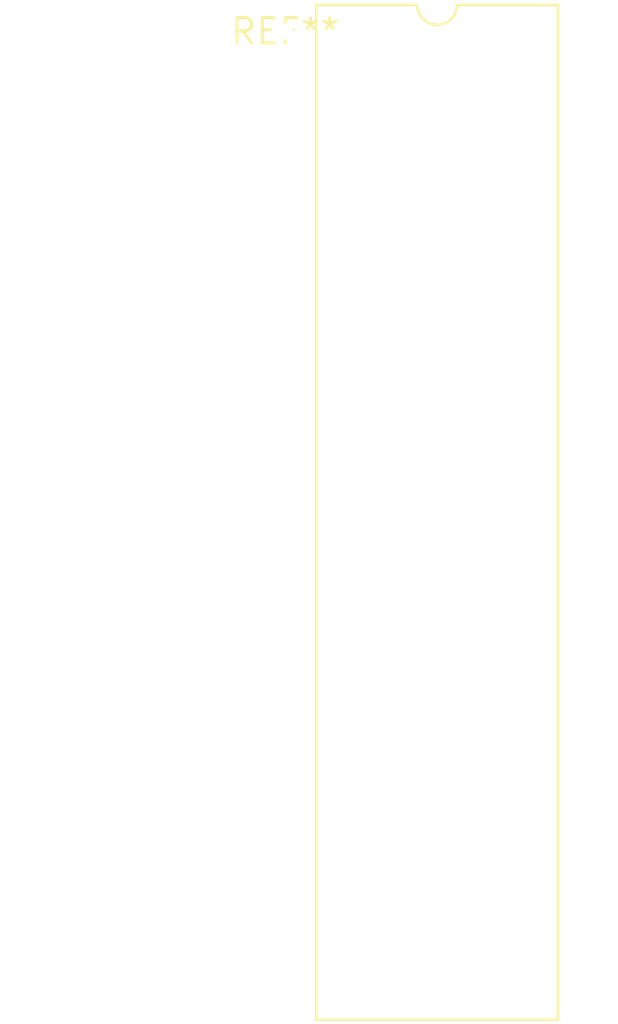
<source format=kicad_pcb>
(kicad_pcb (version 20240108) (generator pcbnew)
  (layers (0 "F.Cu" signal) (31 "B.Cu" signal) (34 "B.Paste" user) (35 "F.Paste" user) (36 "B.SilkS" user "B.Silkscreen") (37 "F.SilkS" user "F.Silkscreen") (38 "B.Mask" user) (39 "F.Mask" user) (44 "Edge.Cuts" user))
  (net 0 "")
  (footprint "DIP-40_W15.24mm_LongPads" (layer "F.Cu") (at 0 0)
    (property "Reference" "REF**")
    (property "Value" "DIP-40_W15.24mm_LongPads")
    (fp_line (start 1.56 -1.33) (end 1.56 49.59) (layer "F.SilkS") (stroke (width 0.12)))
    (fp_line (start 1.56 49.59) (end 13.68 49.59) (layer "F.SilkS") (stroke (width 0.12)))
    (fp_line (start 6.62 -1.33) (end 1.56 -1.33) (layer "F.SilkS") (stroke (width 0.12)))
    (fp_line (start 13.68 -1.33) (end 8.62 -1.33) (layer "F.SilkS") (stroke (width 0.12)))
    (fp_line (start 13.68 49.59) (end 13.68 -1.33) (layer "F.SilkS") (stroke (width 0.12)))
    (fp_arc (start 8.62 -1.33) (mid 7.62 -0.33) (end 6.62 -1.33) (layer "F.SilkS") (stroke (width 0.12)))
    (pad "1" thru_hole rect (at 0 0) (size 2.4 1.6) (drill 0.8) (layers *.Cu *.Mask) (remove_unused_layers))
    (pad "2" thru_hole oval (at 0 2.54) (size 2.4 1.6) (drill 0.8) (layers *.Cu *.Mask) (remove_unused_layers))
    (pad "3" thru_hole oval (at 0 5.08) (size 2.4 1.6) (drill 0.8) (layers *.Cu *.Mask) (remove_unused_layers))
    (pad "4" thru_hole oval (at 0 7.62) (size 2.4 1.6) (drill 0.8) (layers *.Cu *.Mask) (remove_unused_layers))
    (pad "5" thru_hole oval (at 0 10.16) (size 2.4 1.6) (drill 0.8) (layers *.Cu *.Mask) (remove_unused_layers))
    (pad "6" thru_hole oval (at 0 12.7) (size 2.4 1.6) (drill 0.8) (layers *.Cu *.Mask) (remove_unused_layers))
    (pad "7" thru_hole oval (at 0 15.24) (size 2.4 1.6) (drill 0.8) (layers *.Cu *.Mask) (remove_unused_layers))
    (pad "8" thru_hole oval (at 0 17.78) (size 2.4 1.6) (drill 0.8) (layers *.Cu *.Mask) (remove_unused_layers))
    (pad "9" thru_hole oval (at 0 20.32) (size 2.4 1.6) (drill 0.8) (layers *.Cu *.Mask) (remove_unused_layers))
    (pad "10" thru_hole oval (at 0 22.86) (size 2.4 1.6) (drill 0.8) (layers *.Cu *.Mask) (remove_unused_layers))
    (pad "11" thru_hole oval (at 0 25.4) (size 2.4 1.6) (drill 0.8) (layers *.Cu *.Mask) (remove_unused_layers))
    (pad "12" thru_hole oval (at 0 27.94) (size 2.4 1.6) (drill 0.8) (layers *.Cu *.Mask) (remove_unused_layers))
    (pad "13" thru_hole oval (at 0 30.48) (size 2.4 1.6) (drill 0.8) (layers *.Cu *.Mask) (remove_unused_layers))
    (pad "14" thru_hole oval (at 0 33.02) (size 2.4 1.6) (drill 0.8) (layers *.Cu *.Mask) (remove_unused_layers))
    (pad "15" thru_hole oval (at 0 35.56) (size 2.4 1.6) (drill 0.8) (layers *.Cu *.Mask) (remove_unused_layers))
    (pad "16" thru_hole oval (at 0 38.1) (size 2.4 1.6) (drill 0.8) (layers *.Cu *.Mask) (remove_unused_layers))
    (pad "17" thru_hole oval (at 0 40.64) (size 2.4 1.6) (drill 0.8) (layers *.Cu *.Mask) (remove_unused_layers))
    (pad "18" thru_hole oval (at 0 43.18) (size 2.4 1.6) (drill 0.8) (layers *.Cu *.Mask) (remove_unused_layers))
    (pad "19" thru_hole oval (at 0 45.72) (size 2.4 1.6) (drill 0.8) (layers *.Cu *.Mask) (remove_unused_layers))
    (pad "20" thru_hole oval (at 0 48.26) (size 2.4 1.6) (drill 0.8) (layers *.Cu *.Mask) (remove_unused_layers))
    (pad "21" thru_hole oval (at 15.24 48.26) (size 2.4 1.6) (drill 0.8) (layers *.Cu *.Mask) (remove_unused_layers))
    (pad "22" thru_hole oval (at 15.24 45.72) (size 2.4 1.6) (drill 0.8) (layers *.Cu *.Mask) (remove_unused_layers))
    (pad "23" thru_hole oval (at 15.24 43.18) (size 2.4 1.6) (drill 0.8) (layers *.Cu *.Mask) (remove_unused_layers))
    (pad "24" thru_hole oval (at 15.24 40.64) (size 2.4 1.6) (drill 0.8) (layers *.Cu *.Mask) (remove_unused_layers))
    (pad "25" thru_hole oval (at 15.24 38.1) (size 2.4 1.6) (drill 0.8) (layers *.Cu *.Mask) (remove_unused_layers))
    (pad "26" thru_hole oval (at 15.24 35.56) (size 2.4 1.6) (drill 0.8) (layers *.Cu *.Mask) (remove_unused_layers))
    (pad "27" thru_hole oval (at 15.24 33.02) (size 2.4 1.6) (drill 0.8) (layers *.Cu *.Mask) (remove_unused_layers))
    (pad "28" thru_hole oval (at 15.24 30.48) (size 2.4 1.6) (drill 0.8) (layers *.Cu *.Mask) (remove_unused_layers))
    (pad "29" thru_hole oval (at 15.24 27.94) (size 2.4 1.6) (drill 0.8) (layers *.Cu *.Mask) (remove_unused_layers))
    (pad "30" thru_hole oval (at 15.24 25.4) (size 2.4 1.6) (drill 0.8) (layers *.Cu *.Mask) (remove_unused_layers))
    (pad "31" thru_hole oval (at 15.24 22.86) (size 2.4 1.6) (drill 0.8) (layers *.Cu *.Mask) (remove_unused_layers))
    (pad "32" thru_hole oval (at 15.24 20.32) (size 2.4 1.6) (drill 0.8) (layers *.Cu *.Mask) (remove_unused_layers))
    (pad "33" thru_hole oval (at 15.24 17.78) (size 2.4 1.6) (drill 0.8) (layers *.Cu *.Mask) (remove_unused_layers))
    (pad "34" thru_hole oval (at 15.24 15.24) (size 2.4 1.6) (drill 0.8) (layers *.Cu *.Mask) (remove_unused_layers))
    (pad "35" thru_hole oval (at 15.24 12.7) (size 2.4 1.6) (drill 0.8) (layers *.Cu *.Mask) (remove_unused_layers))
    (pad "36" thru_hole oval (at 15.24 10.16) (size 2.4 1.6) (drill 0.8) (layers *.Cu *.Mask) (remove_unused_layers))
    (pad "37" thru_hole oval (at 15.24 7.62) (size 2.4 1.6) (drill 0.8) (layers *.Cu *.Mask) (remove_unused_layers))
    (pad "38" thru_hole oval (at 15.24 5.08) (size 2.4 1.6) (drill 0.8) (layers *.Cu *.Mask) (remove_unused_layers))
    (pad "39" thru_hole oval (at 15.24 2.54) (size 2.4 1.6) (drill 0.8) (layers *.Cu *.Mask) (remove_unused_layers))
    (pad "40" thru_hole oval (at 15.24 0) (size 2.4 1.6) (drill 0.8) (layers *.Cu *.Mask) (remove_unused_layers))
  )
)
</source>
